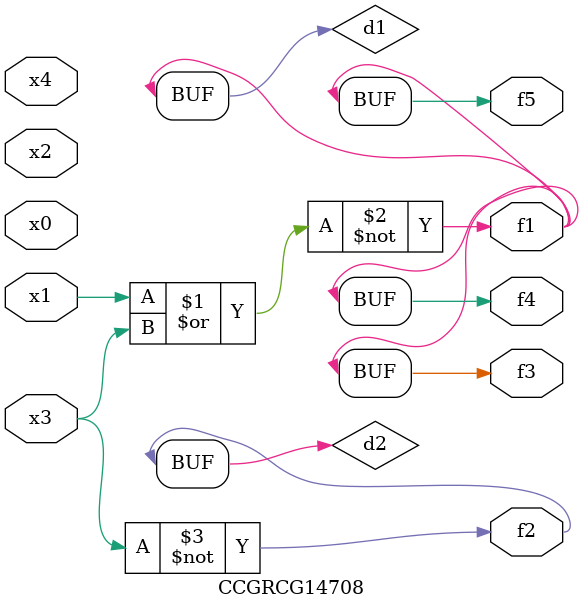
<source format=v>
module CCGRCG14708(
	input x0, x1, x2, x3, x4,
	output f1, f2, f3, f4, f5
);

	wire d1, d2;

	nor (d1, x1, x3);
	not (d2, x3);
	assign f1 = d1;
	assign f2 = d2;
	assign f3 = d1;
	assign f4 = d1;
	assign f5 = d1;
endmodule

</source>
